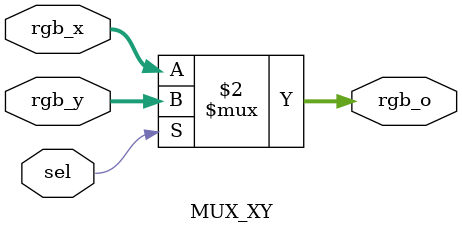
<source format=v>
module MUX_XY(sel,rgb_x,rgb_y,rgb_o);
	input sel;
	input [11:0] rgb_x,rgb_y;
	output [11:0] rgb_o;
	
	assign rgb_o = (sel == 0) ? rgb_x : rgb_y;
endmodule
</source>
